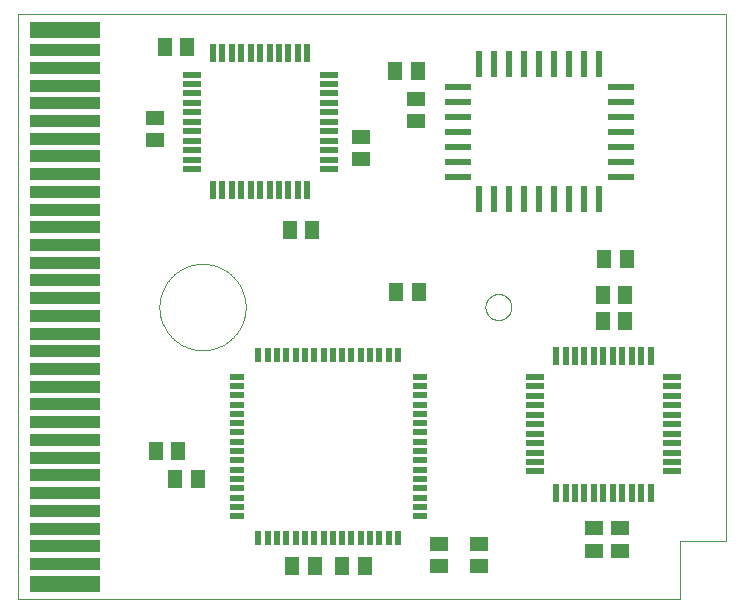
<source format=gtp>
G75*
%MOIN*%
%OFA0B0*%
%FSLAX25Y25*%
%IPPOS*%
%LPD*%
%AMOC8*
5,1,8,0,0,1.08239X$1,22.5*
%
%ADD10C,0.00000*%
%ADD11R,0.23622X0.05512*%
%ADD12R,0.23622X0.03937*%
%ADD13R,0.08661X0.02362*%
%ADD14R,0.02362X0.08661*%
%ADD15R,0.02200X0.04700*%
%ADD16R,0.04700X0.02200*%
%ADD17R,0.05906X0.05118*%
%ADD18R,0.05118X0.05906*%
%ADD19R,0.01969X0.05906*%
%ADD20R,0.05906X0.01969*%
D10*
X0001000Y0001000D02*
X0001000Y0196000D01*
X0237000Y0196000D01*
X0237000Y0020500D01*
X0221900Y0020500D01*
X0221900Y0001000D01*
X0001000Y0001000D01*
X0048244Y0098441D02*
X0048248Y0098794D01*
X0048261Y0099146D01*
X0048283Y0099498D01*
X0048313Y0099850D01*
X0048352Y0100200D01*
X0048400Y0100550D01*
X0048456Y0100898D01*
X0048520Y0101244D01*
X0048593Y0101589D01*
X0048675Y0101933D01*
X0048765Y0102274D01*
X0048863Y0102612D01*
X0048969Y0102949D01*
X0049084Y0103282D01*
X0049207Y0103613D01*
X0049338Y0103940D01*
X0049477Y0104264D01*
X0049624Y0104585D01*
X0049778Y0104902D01*
X0049941Y0105215D01*
X0050111Y0105524D01*
X0050288Y0105829D01*
X0050473Y0106129D01*
X0050666Y0106425D01*
X0050865Y0106715D01*
X0051072Y0107001D01*
X0051285Y0107282D01*
X0051506Y0107557D01*
X0051733Y0107827D01*
X0051967Y0108091D01*
X0052207Y0108350D01*
X0052453Y0108602D01*
X0052705Y0108848D01*
X0052964Y0109088D01*
X0053228Y0109322D01*
X0053498Y0109549D01*
X0053773Y0109770D01*
X0054054Y0109983D01*
X0054340Y0110190D01*
X0054630Y0110389D01*
X0054926Y0110582D01*
X0055226Y0110767D01*
X0055531Y0110944D01*
X0055840Y0111114D01*
X0056153Y0111277D01*
X0056470Y0111431D01*
X0056791Y0111578D01*
X0057115Y0111717D01*
X0057442Y0111848D01*
X0057773Y0111971D01*
X0058106Y0112086D01*
X0058443Y0112192D01*
X0058781Y0112290D01*
X0059122Y0112380D01*
X0059466Y0112462D01*
X0059811Y0112535D01*
X0060157Y0112599D01*
X0060505Y0112655D01*
X0060855Y0112703D01*
X0061205Y0112742D01*
X0061557Y0112772D01*
X0061909Y0112794D01*
X0062261Y0112807D01*
X0062614Y0112811D01*
X0062967Y0112807D01*
X0063319Y0112794D01*
X0063671Y0112772D01*
X0064023Y0112742D01*
X0064373Y0112703D01*
X0064723Y0112655D01*
X0065071Y0112599D01*
X0065417Y0112535D01*
X0065762Y0112462D01*
X0066106Y0112380D01*
X0066447Y0112290D01*
X0066785Y0112192D01*
X0067122Y0112086D01*
X0067455Y0111971D01*
X0067786Y0111848D01*
X0068113Y0111717D01*
X0068437Y0111578D01*
X0068758Y0111431D01*
X0069075Y0111277D01*
X0069388Y0111114D01*
X0069697Y0110944D01*
X0070002Y0110767D01*
X0070302Y0110582D01*
X0070598Y0110389D01*
X0070888Y0110190D01*
X0071174Y0109983D01*
X0071455Y0109770D01*
X0071730Y0109549D01*
X0072000Y0109322D01*
X0072264Y0109088D01*
X0072523Y0108848D01*
X0072775Y0108602D01*
X0073021Y0108350D01*
X0073261Y0108091D01*
X0073495Y0107827D01*
X0073722Y0107557D01*
X0073943Y0107282D01*
X0074156Y0107001D01*
X0074363Y0106715D01*
X0074562Y0106425D01*
X0074755Y0106129D01*
X0074940Y0105829D01*
X0075117Y0105524D01*
X0075287Y0105215D01*
X0075450Y0104902D01*
X0075604Y0104585D01*
X0075751Y0104264D01*
X0075890Y0103940D01*
X0076021Y0103613D01*
X0076144Y0103282D01*
X0076259Y0102949D01*
X0076365Y0102612D01*
X0076463Y0102274D01*
X0076553Y0101933D01*
X0076635Y0101589D01*
X0076708Y0101244D01*
X0076772Y0100898D01*
X0076828Y0100550D01*
X0076876Y0100200D01*
X0076915Y0099850D01*
X0076945Y0099498D01*
X0076967Y0099146D01*
X0076980Y0098794D01*
X0076984Y0098441D01*
X0076980Y0098088D01*
X0076967Y0097736D01*
X0076945Y0097384D01*
X0076915Y0097032D01*
X0076876Y0096682D01*
X0076828Y0096332D01*
X0076772Y0095984D01*
X0076708Y0095638D01*
X0076635Y0095293D01*
X0076553Y0094949D01*
X0076463Y0094608D01*
X0076365Y0094270D01*
X0076259Y0093933D01*
X0076144Y0093600D01*
X0076021Y0093269D01*
X0075890Y0092942D01*
X0075751Y0092618D01*
X0075604Y0092297D01*
X0075450Y0091980D01*
X0075287Y0091667D01*
X0075117Y0091358D01*
X0074940Y0091053D01*
X0074755Y0090753D01*
X0074562Y0090457D01*
X0074363Y0090167D01*
X0074156Y0089881D01*
X0073943Y0089600D01*
X0073722Y0089325D01*
X0073495Y0089055D01*
X0073261Y0088791D01*
X0073021Y0088532D01*
X0072775Y0088280D01*
X0072523Y0088034D01*
X0072264Y0087794D01*
X0072000Y0087560D01*
X0071730Y0087333D01*
X0071455Y0087112D01*
X0071174Y0086899D01*
X0070888Y0086692D01*
X0070598Y0086493D01*
X0070302Y0086300D01*
X0070002Y0086115D01*
X0069697Y0085938D01*
X0069388Y0085768D01*
X0069075Y0085605D01*
X0068758Y0085451D01*
X0068437Y0085304D01*
X0068113Y0085165D01*
X0067786Y0085034D01*
X0067455Y0084911D01*
X0067122Y0084796D01*
X0066785Y0084690D01*
X0066447Y0084592D01*
X0066106Y0084502D01*
X0065762Y0084420D01*
X0065417Y0084347D01*
X0065071Y0084283D01*
X0064723Y0084227D01*
X0064373Y0084179D01*
X0064023Y0084140D01*
X0063671Y0084110D01*
X0063319Y0084088D01*
X0062967Y0084075D01*
X0062614Y0084071D01*
X0062261Y0084075D01*
X0061909Y0084088D01*
X0061557Y0084110D01*
X0061205Y0084140D01*
X0060855Y0084179D01*
X0060505Y0084227D01*
X0060157Y0084283D01*
X0059811Y0084347D01*
X0059466Y0084420D01*
X0059122Y0084502D01*
X0058781Y0084592D01*
X0058443Y0084690D01*
X0058106Y0084796D01*
X0057773Y0084911D01*
X0057442Y0085034D01*
X0057115Y0085165D01*
X0056791Y0085304D01*
X0056470Y0085451D01*
X0056153Y0085605D01*
X0055840Y0085768D01*
X0055531Y0085938D01*
X0055226Y0086115D01*
X0054926Y0086300D01*
X0054630Y0086493D01*
X0054340Y0086692D01*
X0054054Y0086899D01*
X0053773Y0087112D01*
X0053498Y0087333D01*
X0053228Y0087560D01*
X0052964Y0087794D01*
X0052705Y0088034D01*
X0052453Y0088280D01*
X0052207Y0088532D01*
X0051967Y0088791D01*
X0051733Y0089055D01*
X0051506Y0089325D01*
X0051285Y0089600D01*
X0051072Y0089881D01*
X0050865Y0090167D01*
X0050666Y0090457D01*
X0050473Y0090753D01*
X0050288Y0091053D01*
X0050111Y0091358D01*
X0049941Y0091667D01*
X0049778Y0091980D01*
X0049624Y0092297D01*
X0049477Y0092618D01*
X0049338Y0092942D01*
X0049207Y0093269D01*
X0049084Y0093600D01*
X0048969Y0093933D01*
X0048863Y0094270D01*
X0048765Y0094608D01*
X0048675Y0094949D01*
X0048593Y0095293D01*
X0048520Y0095638D01*
X0048456Y0095984D01*
X0048400Y0096332D01*
X0048352Y0096682D01*
X0048313Y0097032D01*
X0048283Y0097384D01*
X0048261Y0097736D01*
X0048248Y0098088D01*
X0048244Y0098441D01*
X0156905Y0098441D02*
X0156907Y0098572D01*
X0156913Y0098704D01*
X0156923Y0098835D01*
X0156937Y0098966D01*
X0156955Y0099096D01*
X0156977Y0099225D01*
X0157002Y0099354D01*
X0157032Y0099482D01*
X0157066Y0099609D01*
X0157103Y0099736D01*
X0157144Y0099860D01*
X0157189Y0099984D01*
X0157238Y0100106D01*
X0157290Y0100227D01*
X0157346Y0100345D01*
X0157406Y0100463D01*
X0157469Y0100578D01*
X0157536Y0100691D01*
X0157606Y0100803D01*
X0157679Y0100912D01*
X0157755Y0101018D01*
X0157835Y0101123D01*
X0157918Y0101225D01*
X0158004Y0101324D01*
X0158093Y0101421D01*
X0158185Y0101515D01*
X0158280Y0101606D01*
X0158377Y0101695D01*
X0158477Y0101780D01*
X0158580Y0101862D01*
X0158685Y0101941D01*
X0158792Y0102017D01*
X0158902Y0102089D01*
X0159014Y0102158D01*
X0159128Y0102224D01*
X0159243Y0102286D01*
X0159361Y0102345D01*
X0159480Y0102400D01*
X0159601Y0102452D01*
X0159724Y0102499D01*
X0159848Y0102543D01*
X0159973Y0102584D01*
X0160099Y0102620D01*
X0160227Y0102653D01*
X0160355Y0102681D01*
X0160484Y0102706D01*
X0160614Y0102727D01*
X0160744Y0102744D01*
X0160875Y0102757D01*
X0161006Y0102766D01*
X0161137Y0102771D01*
X0161269Y0102772D01*
X0161400Y0102769D01*
X0161532Y0102762D01*
X0161663Y0102751D01*
X0161793Y0102736D01*
X0161923Y0102717D01*
X0162053Y0102694D01*
X0162181Y0102668D01*
X0162309Y0102637D01*
X0162436Y0102602D01*
X0162562Y0102564D01*
X0162686Y0102522D01*
X0162810Y0102476D01*
X0162931Y0102426D01*
X0163051Y0102373D01*
X0163170Y0102316D01*
X0163287Y0102256D01*
X0163401Y0102192D01*
X0163514Y0102124D01*
X0163625Y0102053D01*
X0163734Y0101979D01*
X0163840Y0101902D01*
X0163944Y0101821D01*
X0164045Y0101738D01*
X0164144Y0101651D01*
X0164240Y0101561D01*
X0164333Y0101468D01*
X0164424Y0101373D01*
X0164511Y0101275D01*
X0164596Y0101174D01*
X0164677Y0101071D01*
X0164755Y0100965D01*
X0164830Y0100857D01*
X0164902Y0100747D01*
X0164970Y0100635D01*
X0165035Y0100521D01*
X0165096Y0100404D01*
X0165154Y0100286D01*
X0165208Y0100166D01*
X0165259Y0100045D01*
X0165306Y0099922D01*
X0165349Y0099798D01*
X0165388Y0099673D01*
X0165424Y0099546D01*
X0165455Y0099418D01*
X0165483Y0099290D01*
X0165507Y0099161D01*
X0165527Y0099031D01*
X0165543Y0098900D01*
X0165555Y0098769D01*
X0165563Y0098638D01*
X0165567Y0098507D01*
X0165567Y0098375D01*
X0165563Y0098244D01*
X0165555Y0098113D01*
X0165543Y0097982D01*
X0165527Y0097851D01*
X0165507Y0097721D01*
X0165483Y0097592D01*
X0165455Y0097464D01*
X0165424Y0097336D01*
X0165388Y0097209D01*
X0165349Y0097084D01*
X0165306Y0096960D01*
X0165259Y0096837D01*
X0165208Y0096716D01*
X0165154Y0096596D01*
X0165096Y0096478D01*
X0165035Y0096361D01*
X0164970Y0096247D01*
X0164902Y0096135D01*
X0164830Y0096025D01*
X0164755Y0095917D01*
X0164677Y0095811D01*
X0164596Y0095708D01*
X0164511Y0095607D01*
X0164424Y0095509D01*
X0164333Y0095414D01*
X0164240Y0095321D01*
X0164144Y0095231D01*
X0164045Y0095144D01*
X0163944Y0095061D01*
X0163840Y0094980D01*
X0163734Y0094903D01*
X0163625Y0094829D01*
X0163514Y0094758D01*
X0163402Y0094690D01*
X0163287Y0094626D01*
X0163170Y0094566D01*
X0163051Y0094509D01*
X0162931Y0094456D01*
X0162810Y0094406D01*
X0162686Y0094360D01*
X0162562Y0094318D01*
X0162436Y0094280D01*
X0162309Y0094245D01*
X0162181Y0094214D01*
X0162053Y0094188D01*
X0161923Y0094165D01*
X0161793Y0094146D01*
X0161663Y0094131D01*
X0161532Y0094120D01*
X0161400Y0094113D01*
X0161269Y0094110D01*
X0161137Y0094111D01*
X0161006Y0094116D01*
X0160875Y0094125D01*
X0160744Y0094138D01*
X0160614Y0094155D01*
X0160484Y0094176D01*
X0160355Y0094201D01*
X0160227Y0094229D01*
X0160099Y0094262D01*
X0159973Y0094298D01*
X0159848Y0094339D01*
X0159724Y0094383D01*
X0159601Y0094430D01*
X0159480Y0094482D01*
X0159361Y0094537D01*
X0159243Y0094596D01*
X0159128Y0094658D01*
X0159014Y0094724D01*
X0158902Y0094793D01*
X0158792Y0094865D01*
X0158685Y0094941D01*
X0158580Y0095020D01*
X0158477Y0095102D01*
X0158377Y0095187D01*
X0158280Y0095276D01*
X0158185Y0095367D01*
X0158093Y0095461D01*
X0158004Y0095558D01*
X0157918Y0095657D01*
X0157835Y0095759D01*
X0157755Y0095864D01*
X0157679Y0095970D01*
X0157606Y0096079D01*
X0157536Y0096191D01*
X0157469Y0096304D01*
X0157406Y0096419D01*
X0157346Y0096537D01*
X0157290Y0096655D01*
X0157238Y0096776D01*
X0157189Y0096898D01*
X0157144Y0097022D01*
X0157103Y0097146D01*
X0157066Y0097273D01*
X0157032Y0097400D01*
X0157002Y0097528D01*
X0156977Y0097657D01*
X0156955Y0097786D01*
X0156937Y0097916D01*
X0156923Y0098047D01*
X0156913Y0098178D01*
X0156907Y0098310D01*
X0156905Y0098441D01*
D11*
X0016748Y0190764D03*
X0016748Y0006118D03*
D12*
X0016748Y0012811D03*
X0016748Y0018717D03*
X0016748Y0024622D03*
X0016748Y0030528D03*
X0016748Y0036433D03*
X0016748Y0042339D03*
X0016748Y0048244D03*
X0016748Y0054150D03*
X0016748Y0060055D03*
X0016748Y0065961D03*
X0016748Y0071866D03*
X0016748Y0077772D03*
X0016748Y0083677D03*
X0016748Y0089583D03*
X0016748Y0095488D03*
X0016748Y0101394D03*
X0016748Y0107299D03*
X0016748Y0113205D03*
X0016748Y0119110D03*
X0016748Y0125016D03*
X0016748Y0130921D03*
X0016748Y0136827D03*
X0016748Y0142732D03*
X0016748Y0148638D03*
X0016748Y0154543D03*
X0016748Y0160449D03*
X0016748Y0166354D03*
X0016748Y0172260D03*
X0016748Y0178165D03*
X0016748Y0184071D03*
D13*
X0147635Y0171900D03*
X0147635Y0166900D03*
X0147635Y0161900D03*
X0147635Y0156900D03*
X0147635Y0151900D03*
X0147635Y0146900D03*
X0147635Y0141900D03*
X0201965Y0141900D03*
X0201965Y0146900D03*
X0201965Y0151900D03*
X0201965Y0156900D03*
X0201965Y0161900D03*
X0201965Y0166900D03*
X0201965Y0171900D03*
D14*
X0194800Y0179341D03*
X0189800Y0179341D03*
X0184800Y0179341D03*
X0179800Y0179341D03*
X0174800Y0179341D03*
X0169800Y0179341D03*
X0164800Y0179341D03*
X0159800Y0179341D03*
X0154800Y0179341D03*
X0154800Y0134459D03*
X0159800Y0134459D03*
X0164800Y0134459D03*
X0169800Y0134459D03*
X0174800Y0134459D03*
X0179800Y0134459D03*
X0184800Y0134459D03*
X0189800Y0134459D03*
X0194800Y0134459D03*
D15*
X0127750Y0082550D03*
X0124650Y0082550D03*
X0121550Y0082550D03*
X0118450Y0082550D03*
X0115350Y0082550D03*
X0112250Y0082550D03*
X0109150Y0082550D03*
X0106050Y0082550D03*
X0102950Y0082550D03*
X0099850Y0082550D03*
X0096750Y0082550D03*
X0093650Y0082550D03*
X0090550Y0082550D03*
X0087450Y0082550D03*
X0084350Y0082550D03*
X0081250Y0082550D03*
X0081250Y0021450D03*
X0084350Y0021450D03*
X0087450Y0021450D03*
X0090550Y0021450D03*
X0093650Y0021450D03*
X0096750Y0021450D03*
X0099850Y0021450D03*
X0102950Y0021450D03*
X0106050Y0021450D03*
X0109150Y0021450D03*
X0112250Y0021450D03*
X0115350Y0021450D03*
X0118450Y0021450D03*
X0121550Y0021450D03*
X0124650Y0021450D03*
X0127750Y0021450D03*
D16*
X0135050Y0028750D03*
X0135050Y0031850D03*
X0135050Y0034950D03*
X0135050Y0038050D03*
X0135050Y0041150D03*
X0135050Y0044250D03*
X0135050Y0047350D03*
X0135050Y0050450D03*
X0135050Y0053550D03*
X0135050Y0056650D03*
X0135050Y0059750D03*
X0135050Y0062850D03*
X0135050Y0065950D03*
X0135050Y0069050D03*
X0135050Y0072150D03*
X0135050Y0075250D03*
X0073950Y0075250D03*
X0073950Y0072150D03*
X0073950Y0069050D03*
X0073950Y0065950D03*
X0073950Y0062850D03*
X0073950Y0059750D03*
X0073950Y0056650D03*
X0073950Y0053550D03*
X0073950Y0050450D03*
X0073950Y0047350D03*
X0073950Y0044250D03*
X0073950Y0041150D03*
X0073950Y0038050D03*
X0073950Y0034950D03*
X0073950Y0031850D03*
X0073950Y0028750D03*
D17*
X0141400Y0019540D03*
X0141400Y0012060D03*
X0154600Y0012060D03*
X0154600Y0019540D03*
X0193000Y0017260D03*
X0201800Y0017260D03*
X0201800Y0024740D03*
X0193000Y0024740D03*
X0115400Y0147660D03*
X0115400Y0155140D03*
X0133800Y0160460D03*
X0133800Y0167940D03*
X0046600Y0161540D03*
X0046600Y0154060D03*
D18*
X0050060Y0185000D03*
X0057540Y0185000D03*
X0126860Y0177000D03*
X0134340Y0177000D03*
X0099140Y0124200D03*
X0091660Y0124200D03*
X0127126Y0103311D03*
X0134606Y0103311D03*
X0196060Y0102600D03*
X0203540Y0102600D03*
X0203540Y0093800D03*
X0196060Y0093800D03*
X0196460Y0114600D03*
X0203940Y0114600D03*
X0116740Y0012200D03*
X0109260Y0012200D03*
X0099940Y0012200D03*
X0092460Y0012200D03*
X0060940Y0041000D03*
X0053460Y0041000D03*
X0054440Y0050500D03*
X0046960Y0050500D03*
D19*
X0066052Y0137365D03*
X0069202Y0137365D03*
X0072351Y0137365D03*
X0075501Y0137365D03*
X0078650Y0137365D03*
X0081800Y0137365D03*
X0084950Y0137365D03*
X0088099Y0137365D03*
X0091249Y0137365D03*
X0094398Y0137365D03*
X0097548Y0137365D03*
X0097548Y0183035D03*
X0094398Y0183035D03*
X0091249Y0183035D03*
X0088099Y0183035D03*
X0084950Y0183035D03*
X0081800Y0183035D03*
X0078650Y0183035D03*
X0075501Y0183035D03*
X0072351Y0183035D03*
X0069202Y0183035D03*
X0066052Y0183035D03*
X0180452Y0082235D03*
X0183602Y0082235D03*
X0186751Y0082235D03*
X0189901Y0082235D03*
X0193050Y0082235D03*
X0196200Y0082235D03*
X0199350Y0082235D03*
X0202499Y0082235D03*
X0205649Y0082235D03*
X0208798Y0082235D03*
X0211948Y0082235D03*
X0211948Y0036565D03*
X0208798Y0036565D03*
X0205649Y0036565D03*
X0202499Y0036565D03*
X0199350Y0036565D03*
X0196200Y0036565D03*
X0193050Y0036565D03*
X0189901Y0036565D03*
X0186751Y0036565D03*
X0183602Y0036565D03*
X0180452Y0036565D03*
D20*
X0173365Y0043652D03*
X0173365Y0046802D03*
X0173365Y0049951D03*
X0173365Y0053101D03*
X0173365Y0056250D03*
X0173365Y0059400D03*
X0173365Y0062550D03*
X0173365Y0065699D03*
X0173365Y0068849D03*
X0173365Y0071998D03*
X0173365Y0075148D03*
X0219035Y0075148D03*
X0219035Y0071998D03*
X0219035Y0068849D03*
X0219035Y0065699D03*
X0219035Y0062550D03*
X0219035Y0059400D03*
X0219035Y0056250D03*
X0219035Y0053101D03*
X0219035Y0049951D03*
X0219035Y0046802D03*
X0219035Y0043652D03*
X0104635Y0144452D03*
X0104635Y0147602D03*
X0104635Y0150751D03*
X0104635Y0153901D03*
X0104635Y0157050D03*
X0104635Y0160200D03*
X0104635Y0163350D03*
X0104635Y0166499D03*
X0104635Y0169649D03*
X0104635Y0172798D03*
X0104635Y0175948D03*
X0058965Y0175948D03*
X0058965Y0172798D03*
X0058965Y0169649D03*
X0058965Y0166499D03*
X0058965Y0163350D03*
X0058965Y0160200D03*
X0058965Y0157050D03*
X0058965Y0153901D03*
X0058965Y0150751D03*
X0058965Y0147602D03*
X0058965Y0144452D03*
M02*

</source>
